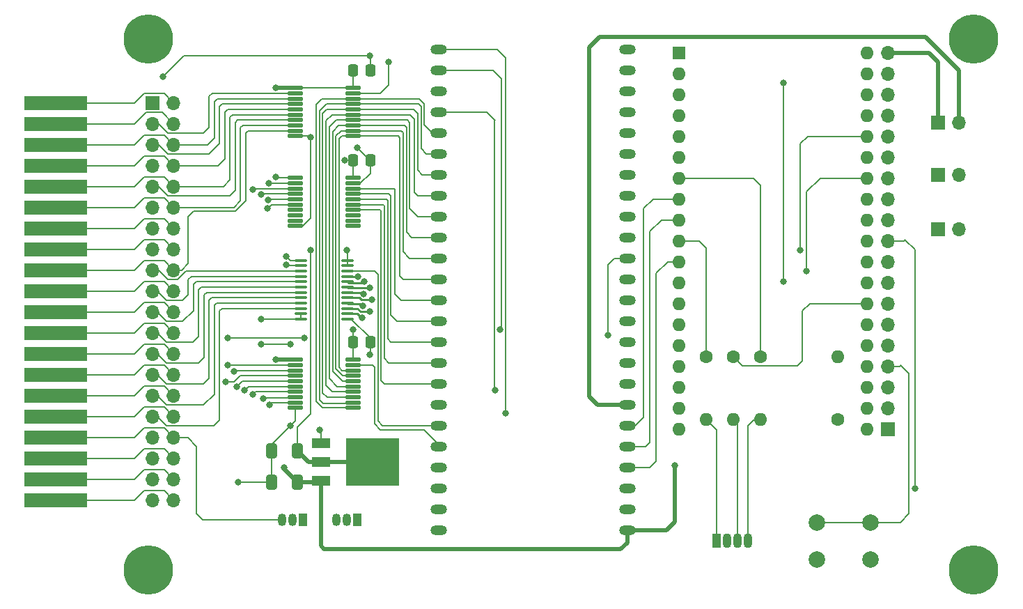
<source format=gbr>
%TF.GenerationSoftware,KiCad,Pcbnew,(6.0.5)*%
%TF.CreationDate,2022-06-11T22:07:09-07:00*%
%TF.ProjectId,TRS-IO-M1,5452532d-494f-42d4-9d31-2e6b69636164,rev?*%
%TF.SameCoordinates,Original*%
%TF.FileFunction,Copper,L1,Top*%
%TF.FilePolarity,Positive*%
%FSLAX46Y46*%
G04 Gerber Fmt 4.6, Leading zero omitted, Abs format (unit mm)*
G04 Created by KiCad (PCBNEW (6.0.5)) date 2022-06-11 22:07:09*
%MOMM*%
%LPD*%
G01*
G04 APERTURE LIST*
G04 Aperture macros list*
%AMRoundRect*
0 Rectangle with rounded corners*
0 $1 Rounding radius*
0 $2 $3 $4 $5 $6 $7 $8 $9 X,Y pos of 4 corners*
0 Add a 4 corners polygon primitive as box body*
4,1,4,$2,$3,$4,$5,$6,$7,$8,$9,$2,$3,0*
0 Add four circle primitives for the rounded corners*
1,1,$1+$1,$2,$3*
1,1,$1+$1,$4,$5*
1,1,$1+$1,$6,$7*
1,1,$1+$1,$8,$9*
0 Add four rect primitives between the rounded corners*
20,1,$1+$1,$2,$3,$4,$5,0*
20,1,$1+$1,$4,$5,$6,$7,0*
20,1,$1+$1,$6,$7,$8,$9,0*
20,1,$1+$1,$8,$9,$2,$3,0*%
G04 Aperture macros list end*
%TA.AperFunction,ComponentPad*%
%ADD10R,1.700000X1.700000*%
%TD*%
%TA.AperFunction,ComponentPad*%
%ADD11O,1.700000X1.700000*%
%TD*%
%TA.AperFunction,ConnectorPad*%
%ADD12R,7.620000X1.778000*%
%TD*%
%TA.AperFunction,ComponentPad*%
%ADD13C,6.000000*%
%TD*%
%TA.AperFunction,ComponentPad*%
%ADD14C,0.800000*%
%TD*%
%TA.AperFunction,ComponentPad*%
%ADD15C,1.600000*%
%TD*%
%TA.AperFunction,ComponentPad*%
%ADD16O,1.600000X1.600000*%
%TD*%
%TA.AperFunction,SMDPad,CuDef*%
%ADD17RoundRect,0.250000X-0.337500X-0.475000X0.337500X-0.475000X0.337500X0.475000X-0.337500X0.475000X0*%
%TD*%
%TA.AperFunction,ComponentPad*%
%ADD18O,2.000000X1.200000*%
%TD*%
%TA.AperFunction,SMDPad,CuDef*%
%ADD19RoundRect,0.100000X-0.637500X-0.100000X0.637500X-0.100000X0.637500X0.100000X-0.637500X0.100000X0*%
%TD*%
%TA.AperFunction,ComponentPad*%
%ADD20R,1.050000X1.500000*%
%TD*%
%TA.AperFunction,ComponentPad*%
%ADD21O,1.050000X1.500000*%
%TD*%
%TA.AperFunction,SMDPad,CuDef*%
%ADD22R,2.200000X1.200000*%
%TD*%
%TA.AperFunction,SMDPad,CuDef*%
%ADD23R,6.400000X5.800000*%
%TD*%
%TA.AperFunction,ComponentPad*%
%ADD24R,1.600000X1.600000*%
%TD*%
%TA.AperFunction,SMDPad,CuDef*%
%ADD25RoundRect,0.250000X0.412500X0.650000X-0.412500X0.650000X-0.412500X-0.650000X0.412500X-0.650000X0*%
%TD*%
%TA.AperFunction,SMDPad,CuDef*%
%ADD26RoundRect,0.125000X-0.825000X-0.125000X0.825000X-0.125000X0.825000X0.125000X-0.825000X0.125000X0*%
%TD*%
%TA.AperFunction,ComponentPad*%
%ADD27O,1.070000X1.800000*%
%TD*%
%TA.AperFunction,ComponentPad*%
%ADD28R,1.070000X1.800000*%
%TD*%
%TA.AperFunction,ComponentPad*%
%ADD29C,2.000000*%
%TD*%
%TA.AperFunction,ViaPad*%
%ADD30C,0.800000*%
%TD*%
%TA.AperFunction,Conductor*%
%ADD31C,0.500380*%
%TD*%
%TA.AperFunction,Conductor*%
%ADD32C,0.200000*%
%TD*%
%TA.AperFunction,Conductor*%
%ADD33C,0.250000*%
%TD*%
G04 APERTURE END LIST*
D10*
%TO.P,J6,1,Pin_1*%
%TO.N,unconnected-(J6-Pad1)*%
X208280000Y-108370000D03*
D11*
%TO.P,J6,2,Pin_2*%
%TO.N,unconnected-(J6-Pad2)*%
X208280000Y-105830000D03*
%TO.P,J6,3,Pin_3*%
%TO.N,unconnected-(J6-Pad3)*%
X208280000Y-103290000D03*
%TO.P,J6,4,Pin_4*%
%TO.N,BUTTON*%
X208280000Y-100750000D03*
%TO.P,J6,5,Pin_5*%
%TO.N,REQ*%
X208280000Y-98210000D03*
%TO.P,J6,6,Pin_6*%
%TO.N,unconnected-(J6-Pad6)*%
X208280000Y-95670000D03*
%TO.P,J6,7,Pin_7*%
%TO.N,LED_BLUE*%
X208280000Y-93130000D03*
%TO.P,J6,8,Pin_8*%
%TO.N,FULL_ADDR*%
X208280000Y-90590000D03*
%TO.P,J6,9,Pin_9*%
%TO.N,SCK*%
X208280000Y-88050000D03*
%TO.P,J6,10,Pin_10*%
%TO.N,CS_FPGA*%
X208280000Y-85510000D03*
%TO.P,J6,11,Pin_11*%
%TO.N,DONE*%
X208280000Y-82970000D03*
%TO.P,J6,12,Pin_12*%
%TO.N,AA2_10*%
X208280000Y-80430000D03*
%TO.P,J6,13,Pin_13*%
%TO.N,AA0_9*%
X208280000Y-77890000D03*
%TO.P,J6,14,Pin_14*%
%TO.N,GND*%
X208280000Y-75350000D03*
%TO.P,J6,15,Pin_15*%
%TO.N,AA1_8*%
X208280000Y-72810000D03*
%TO.P,J6,16,Pin_16*%
%TO.N,unconnected-(J6-Pad16)*%
X208280000Y-70270000D03*
%TO.P,J6,17,Pin_17*%
%TO.N,unconnected-(J6-Pad17)*%
X208280000Y-67730000D03*
%TO.P,J6,18,Pin_18*%
%TO.N,unconnected-(J6-Pad18)*%
X208280000Y-65190000D03*
%TO.P,J6,19,Pin_19*%
%TO.N,+5V*%
X208280000Y-62650000D03*
%TD*%
D10*
%TO.P,J1,1,Pin_1*%
%TO.N,SYSRES_N*%
X118839000Y-68759200D03*
D11*
%TO.P,J1,2,Pin_2*%
%TO.N,RAS_N*%
X121379000Y-68759200D03*
%TO.P,J1,3,Pin_3*%
%TO.N,A10*%
X118839000Y-71299200D03*
%TO.P,J1,4,Pin_4*%
%TO.N,CAS_N*%
X121379000Y-71299200D03*
%TO.P,J1,5,Pin_5*%
%TO.N,A13*%
X118839000Y-73839200D03*
%TO.P,J1,6,Pin_6*%
%TO.N,A12*%
X121379000Y-73839200D03*
%TO.P,J1,7,Pin_7*%
%TO.N,GND*%
X118839000Y-76379200D03*
%TO.P,J1,8,Pin_8*%
%TO.N,A15*%
X121379000Y-76379200D03*
%TO.P,J1,9,Pin_9*%
%TO.N,A14*%
X118839000Y-78919200D03*
%TO.P,J1,10,Pin_10*%
%TO.N,A11*%
X121379000Y-78919200D03*
%TO.P,J1,11,Pin_11*%
%TO.N,OUT_N*%
X118839000Y-81459200D03*
%TO.P,J1,12,Pin_12*%
%TO.N,A8*%
X121379000Y-81459200D03*
%TO.P,J1,13,Pin_13*%
%TO.N,INTACK_N*%
X118839000Y-83999200D03*
%TO.P,J1,14,Pin_14*%
%TO.N,WR_N*%
X121379000Y-83999200D03*
%TO.P,J1,15,Pin_15*%
%TO.N,MUX*%
X118839000Y-86539200D03*
%TO.P,J1,16,Pin_16*%
%TO.N,RD_N*%
X121379000Y-86539200D03*
%TO.P,J1,17,Pin_17*%
%TO.N,D4*%
X118839000Y-89079200D03*
%TO.P,J1,18,Pin_18*%
%TO.N,A9*%
X121379000Y-89079200D03*
%TO.P,J1,19,Pin_19*%
%TO.N,D7*%
X118839000Y-91619200D03*
%TO.P,J1,20,Pin_20*%
%TO.N,IN_N*%
X121379000Y-91619200D03*
%TO.P,J1,21,Pin_21*%
%TO.N,D1*%
X118839000Y-94159200D03*
%TO.P,J1,22,Pin_22*%
%TO.N,INT_N*%
X121379000Y-94159200D03*
%TO.P,J1,23,Pin_23*%
%TO.N,D6*%
X118839000Y-96699200D03*
%TO.P,J1,24,Pin_24*%
%TO.N,TEST_N*%
X121379000Y-96699200D03*
%TO.P,J1,25,Pin_25*%
%TO.N,D3*%
X118839000Y-99239200D03*
%TO.P,J1,26,Pin_26*%
%TO.N,A0*%
X121379000Y-99239200D03*
%TO.P,J1,27,Pin_27*%
%TO.N,D5*%
X118839000Y-101779200D03*
%TO.P,J1,28,Pin_28*%
%TO.N,A1*%
X121379000Y-101779200D03*
%TO.P,J1,29,Pin_29*%
%TO.N,D0*%
X118839000Y-104319200D03*
%TO.P,J1,30,Pin_30*%
%TO.N,GND*%
X121379000Y-104319200D03*
%TO.P,J1,31,Pin_31*%
%TO.N,D2*%
X118839000Y-106859200D03*
%TO.P,J1,32,Pin_32*%
%TO.N,A4*%
X121379000Y-106859200D03*
%TO.P,J1,33,Pin_33*%
%TO.N,A3*%
X118839000Y-109399200D03*
%TO.P,J1,34,Pin_34*%
%TO.N,WAIT_N*%
X121379000Y-109399200D03*
%TO.P,J1,35,Pin_35*%
%TO.N,A7*%
X118839000Y-111939200D03*
%TO.P,J1,36,Pin_36*%
%TO.N,A5*%
X121379000Y-111939200D03*
%TO.P,J1,37,Pin_37*%
%TO.N,A6*%
X118839000Y-114479200D03*
%TO.P,J1,38,Pin_38*%
%TO.N,GND*%
X121379000Y-114479200D03*
%TO.P,J1,39,Pin_39*%
%TO.N,A2*%
X118839000Y-117019200D03*
%TO.P,J1,40,Pin_40*%
%TO.N,5V*%
X121379000Y-117019200D03*
%TD*%
D12*
%TO.P,J2,2,Pin_2*%
%TO.N,RAS_N*%
X107061000Y-68783200D03*
%TO.P,J2,4,Pin_4*%
%TO.N,CAS_N*%
X107061000Y-71323200D03*
%TO.P,J2,6,Pin_6*%
%TO.N,A12*%
X107061000Y-73863200D03*
%TO.P,J2,8,Pin_8*%
%TO.N,A15*%
X107061000Y-76403200D03*
%TO.P,J2,10,Pin_10*%
%TO.N,A11*%
X107061000Y-78943200D03*
%TO.P,J2,12,Pin_12*%
%TO.N,A8*%
X107061000Y-81483200D03*
%TO.P,J2,14,Pin_14*%
%TO.N,WR_N*%
X107061000Y-84023200D03*
%TO.P,J2,16,Pin_16*%
%TO.N,RD_N*%
X107061000Y-86563200D03*
%TO.P,J2,18,Pin_18*%
%TO.N,A9*%
X107061000Y-89103200D03*
%TO.P,J2,20,Pin_20*%
%TO.N,IN_N*%
X107061000Y-91643200D03*
%TO.P,J2,22,Pin_22*%
%TO.N,INT_N*%
X107061000Y-94183200D03*
%TO.P,J2,24,Pin_24*%
%TO.N,TEST_N*%
X107061000Y-96723200D03*
%TO.P,J2,26,Pin_26*%
%TO.N,A0*%
X107061000Y-99263200D03*
%TO.P,J2,28,Pin_28*%
%TO.N,A1*%
X107061000Y-101803200D03*
%TO.P,J2,30,Pin_30*%
%TO.N,GND*%
X107061000Y-104343200D03*
%TO.P,J2,32,Pin_32*%
%TO.N,A4*%
X107061000Y-106883200D03*
%TO.P,J2,34,Pin_34*%
%TO.N,WAIT_N*%
X107061000Y-109423200D03*
%TO.P,J2,36,Pin_36*%
%TO.N,A5*%
X107061000Y-111963200D03*
%TO.P,J2,38,Pin_38*%
%TO.N,GND*%
X107061000Y-114503200D03*
%TO.P,J2,40,Pin_40*%
%TO.N,5V*%
X107061000Y-117043200D03*
%TD*%
D13*
%TO.P,H1,1*%
%TO.N,N/C*%
X118364000Y-60960000D03*
D14*
X119954990Y-62550990D03*
X116773010Y-59369010D03*
X120614000Y-60960000D03*
X118364000Y-58710000D03*
X116114000Y-60960000D03*
X118364000Y-63210000D03*
X119954990Y-59369010D03*
X116773010Y-62550990D03*
%TD*%
%TO.P,H2,1*%
%TO.N,N/C*%
X220284990Y-62550990D03*
X220944000Y-60960000D03*
D13*
X218694000Y-60960000D03*
D14*
X216444000Y-60960000D03*
X217103010Y-62550990D03*
X217103010Y-59369010D03*
X220284990Y-59369010D03*
X218694000Y-63210000D03*
X218694000Y-58710000D03*
%TD*%
%TO.P,H3,1*%
%TO.N,N/C*%
X120614000Y-125476000D03*
X118364000Y-127726000D03*
X119954990Y-123885010D03*
X116773010Y-127066990D03*
D13*
X118364000Y-125476000D03*
D14*
X116114000Y-125476000D03*
X118364000Y-123226000D03*
X119954990Y-127066990D03*
X116773010Y-123885010D03*
%TD*%
%TO.P,H4,1*%
%TO.N,N/C*%
X220284990Y-123885010D03*
X216444000Y-125476000D03*
X220284990Y-127066990D03*
X218694000Y-127726000D03*
X217103010Y-123885010D03*
X220944000Y-125476000D03*
X218694000Y-123226000D03*
X217103010Y-127066990D03*
D13*
X218694000Y-125476000D03*
%TD*%
D15*
%TO.P,R1,1*%
%TO.N,LED_RED*%
X186182000Y-99568000D03*
D16*
%TO.P,R1,2*%
%TO.N,Net-(D1-Pad1)*%
X186182000Y-107188000D03*
%TD*%
D15*
%TO.P,R2,1*%
%TO.N,LED_GREEN*%
X192786000Y-99568000D03*
D16*
%TO.P,R2,2*%
%TO.N,Net-(D1-Pad4)*%
X192786000Y-107188000D03*
%TD*%
D17*
%TO.P,C2,1*%
%TO.N,+3V3*%
X143234500Y-75692000D03*
%TO.P,C2,2*%
%TO.N,GND*%
X145309500Y-75692000D03*
%TD*%
D18*
%TO.P,U5,1,Pad_38*%
%TO.N,CS_SD_CARD*%
X153650000Y-62230000D03*
%TO.P,U5,2,Pad_37*%
%TO.N,MOSI*%
X153650000Y-64770000D03*
%TO.P,U5,3,Pad_36*%
%TO.N,SCK*%
X153650000Y-67310000D03*
%TO.P,U5,4,Pad_39*%
%TO.N,MISO*%
X153650000Y-69850000D03*
%TO.P,U5,5,Pad_25*%
%TO.N,AA2_10*%
X153650000Y-72390000D03*
%TO.P,U5,6,Pad_26*%
%TO.N,AA6_12*%
X153650000Y-74930000D03*
%TO.P,U5,7,Pad_27*%
%TO.N,AA7_13*%
X153650000Y-77470000D03*
%TO.P,U5,8,Pad_28*%
%TO.N,AA5_15*%
X153650000Y-80010000D03*
%TO.P,U5,9,Pad_29*%
%TO.N,AA3_11*%
X153650000Y-82550000D03*
%TO.P,U5,10,Pad_30*%
%TO.N,AA4_14*%
X153650000Y-85090000D03*
%TO.P,U5,11,Pad_33*%
%TO.N,AA1_8*%
X153650000Y-87630000D03*
%TO.P,U5,12,Pad_34*%
%TO.N,AA0_9*%
X153650000Y-90170000D03*
%TO.P,U5,13,Pad_40*%
%TO.N,Z80_RAS_N*%
X153650000Y-92710000D03*
%TO.P,U5,14,Pad_35*%
%TO.N,Z80_OUT_N*%
X153650000Y-95250000D03*
%TO.P,U5,15,Pad_41*%
%TO.N,Z80_WR_N*%
X153650000Y-97790000D03*
%TO.P,U5,16,Pad_42*%
%TO.N,Z80_RD_N*%
X153650000Y-100330000D03*
%TO.P,U5,17,Pad_51*%
%TO.N,Z80_IN_N*%
X153650000Y-102870000D03*
%TO.P,U5,18,Pad_53*%
%TO.N,READ_N*%
X153650000Y-105410000D03*
%TO.P,U5,19,Pad_54*%
%TO.N,DBUS_SEL_N*%
X153650000Y-107950000D03*
%TO.P,U5,20,Pad_55*%
%TO.N,A0_MUX*%
X153650000Y-110490000D03*
%TO.P,U5,21,Pad_56*%
%TO.N,INT*%
X153650000Y-113030000D03*
%TO.P,U5,22,Pad_57*%
%TO.N,WAIT*%
X153650000Y-115570000D03*
%TO.P,U5,23,Pad_68*%
%TO.N,unconnected-(U5-Pad23)*%
X153650000Y-118110000D03*
%TO.P,U5,24,Pad_69*%
%TO.N,unconnected-(U5-Pad24)*%
X153650000Y-120650000D03*
%TO.P,U5,25,3V3*%
%TO.N,+3V3*%
X176550000Y-120650000D03*
%TO.P,U5,26,GND*%
%TO.N,GND*%
X176550000Y-118110000D03*
%TO.P,U5,27,Pad_32*%
%TO.N,CS_FPGA*%
X176550000Y-115570000D03*
%TO.P,U5,28,Pad_31*%
%TO.N,ESP_S2*%
X176550000Y-113030000D03*
%TO.P,U5,29,Pad_49*%
%TO.N,ESP_S1*%
X176550000Y-110490000D03*
%TO.P,U5,30,Pad_48*%
%TO.N,ESP_S0*%
X176550000Y-107950000D03*
%TO.P,U5,31,5V*%
%TO.N,VU*%
X176550000Y-105410000D03*
%TO.P,U5,32,Pad_70*%
%TO.N,unconnected-(U5-Pad32)*%
X176550000Y-102870000D03*
%TO.P,U5,33,Pad_71*%
%TO.N,unconnected-(U5-Pad33)*%
X176550000Y-100330000D03*
%TO.P,U5,34,Pad_72*%
%TO.N,unconnected-(U5-Pad34)*%
X176550000Y-97790000D03*
%TO.P,U5,35,Pad_73*%
%TO.N,unconnected-(U5-Pad35)*%
X176550000Y-95250000D03*
%TO.P,U5,36,Pad_74*%
%TO.N,unconnected-(U5-Pad36)*%
X176550000Y-92710000D03*
%TO.P,U5,37,Pad_75*%
%TO.N,unconnected-(U5-Pad37)*%
X176550000Y-90170000D03*
%TO.P,U5,38,Pad_76*%
%TO.N,REQ*%
X176550000Y-87630000D03*
%TO.P,U5,39,Pad_77*%
%TO.N,DONE*%
X176550000Y-85090000D03*
%TO.P,U5,40,Pad_79*%
%TO.N,DD2*%
X176550000Y-82550000D03*
%TO.P,U5,41,Pad_80*%
%TO.N,DD0*%
X176550000Y-80010000D03*
%TO.P,U5,42,Pad_81*%
%TO.N,DD5*%
X176550000Y-77470000D03*
%TO.P,U5,43,Pad_82*%
%TO.N,DD3*%
X176550000Y-74930000D03*
%TO.P,U5,44,Pad_83*%
%TO.N,DD6*%
X176550000Y-72390000D03*
%TO.P,U5,45,Pad_84*%
%TO.N,DD1*%
X176550000Y-69850000D03*
%TO.P,U5,46,Pad_85*%
%TO.N,DD7*%
X176550000Y-67310000D03*
%TO.P,U5,47,Pad_86*%
%TO.N,DD4*%
X176550000Y-64770000D03*
%TO.P,U5,48,Pad_63*%
%TO.N,A1_MUX*%
X176550000Y-62230000D03*
%TD*%
D19*
%TO.P,U1,1,VCCA*%
%TO.N,+3V3*%
X136837500Y-87865000D03*
%TO.P,U1,2,DIR*%
%TO.N,READ_N*%
X136837500Y-88515000D03*
%TO.P,U1,3,A1*%
%TO.N,D4*%
X136837500Y-89165000D03*
%TO.P,U1,4,A2*%
%TO.N,D7*%
X136837500Y-89815000D03*
%TO.P,U1,5,A3*%
%TO.N,D1*%
X136837500Y-90465000D03*
%TO.P,U1,6,A4*%
%TO.N,D6*%
X136837500Y-91115000D03*
%TO.P,U1,7,A5*%
%TO.N,D3*%
X136837500Y-91765000D03*
%TO.P,U1,8,A6*%
%TO.N,D5*%
X136837500Y-92415000D03*
%TO.P,U1,9,A7*%
%TO.N,D0*%
X136837500Y-93065000D03*
%TO.P,U1,10,A8*%
%TO.N,D2*%
X136837500Y-93715000D03*
%TO.P,U1,11,GND*%
%TO.N,GND*%
X136837500Y-94365000D03*
%TO.P,U1,12,GND*%
X136837500Y-95015000D03*
%TO.P,U1,13,GND*%
X142562500Y-95015000D03*
%TO.P,U1,14,B8*%
%TO.N,DD2*%
X142562500Y-94365000D03*
%TO.P,U1,15,B7*%
%TO.N,DD0*%
X142562500Y-93715000D03*
%TO.P,U1,16,B6*%
%TO.N,DD5*%
X142562500Y-93065000D03*
%TO.P,U1,17,B5*%
%TO.N,DD3*%
X142562500Y-92415000D03*
%TO.P,U1,18,B4*%
%TO.N,DD6*%
X142562500Y-91765000D03*
%TO.P,U1,19,B3*%
%TO.N,DD1*%
X142562500Y-91115000D03*
%TO.P,U1,20,B2*%
%TO.N,DD7*%
X142562500Y-90465000D03*
%TO.P,U1,21,B1*%
%TO.N,DD4*%
X142562500Y-89815000D03*
%TO.P,U1,22,OEn*%
%TO.N,DBUS_SEL_N*%
X142562500Y-89165000D03*
%TO.P,U1,23,VCCB*%
%TO.N,+1V8*%
X142562500Y-88515000D03*
%TO.P,U1,24,VCCB*%
X142562500Y-87865000D03*
%TD*%
D17*
%TO.P,C1,1*%
%TO.N,+3V3*%
X143234500Y-64770000D03*
%TO.P,C1,2*%
%TO.N,GND*%
X145309500Y-64770000D03*
%TD*%
D20*
%TO.P,Q2,1,S*%
%TO.N,GND*%
X143764000Y-119380000D03*
D21*
%TO.P,Q2,2,G*%
%TO.N,INT*%
X142494000Y-119380000D03*
%TO.P,Q2,3,D*%
%TO.N,INT_N*%
X141224000Y-119380000D03*
%TD*%
D10*
%TO.P,J4,1,Pin_1*%
%TO.N,+5V*%
X214371000Y-71120000D03*
D11*
%TO.P,J4,2,Pin_2*%
%TO.N,VU*%
X216911000Y-71120000D03*
%TD*%
D22*
%TO.P,U8,1,GND*%
%TO.N,GND*%
X139310000Y-110115000D03*
D23*
%TO.P,U8,2,VO*%
%TO.N,+1V8*%
X145610000Y-112395000D03*
D22*
X139310000Y-112395000D03*
%TO.P,U8,3,VI*%
%TO.N,+3V3*%
X139310000Y-114675000D03*
%TD*%
D24*
%TO.P,U6,1,GPIO6*%
%TO.N,unconnected-(U6-Pad1)*%
X182880000Y-62645000D03*
D16*
%TO.P,U6,2,GPIO7*%
%TO.N,unconnected-(U6-Pad2)*%
X182880000Y-65185000D03*
%TO.P,U6,3,GPIO8*%
%TO.N,unconnected-(U6-Pad3)*%
X182880000Y-67725000D03*
%TO.P,U6,4,GPIO15*%
%TO.N,AA3_11*%
X182880000Y-70265000D03*
%TO.P,U6,5,GPIO2*%
%TO.N,unconnected-(U6-Pad5)*%
X182880000Y-72805000D03*
%TO.P,U6,6,GPIO0*%
%TO.N,unconnected-(U6-Pad6)*%
X182880000Y-75345000D03*
%TO.P,U6,7,GPIO4*%
%TO.N,LED_GREEN*%
X182880000Y-77885000D03*
%TO.P,U6,8,GPIO16*%
%TO.N,ESP_S0*%
X182880000Y-80425000D03*
%TO.P,U6,9,GPIO17*%
%TO.N,ESP_S1*%
X182880000Y-82965000D03*
%TO.P,U6,10,GPIO5*%
%TO.N,LED_RED*%
X182880000Y-85505000D03*
%TO.P,U6,11,GPIO18*%
%TO.N,ESP_S2*%
X182880000Y-88045000D03*
%TO.P,U6,12,GPIO19*%
%TO.N,EI*%
X182880000Y-90585000D03*
%TO.P,U6,13,GND*%
%TO.N,GND*%
X182880000Y-93125000D03*
%TO.P,U6,14,GPIO21*%
%TO.N,MOSI*%
X182880000Y-95665000D03*
%TO.P,U6,15,GPIO3*%
%TO.N,unconnected-(U6-Pad15)*%
X182880000Y-98205000D03*
%TO.P,U6,16,GPIO1*%
%TO.N,unconnected-(U6-Pad16)*%
X182880000Y-100745000D03*
%TO.P,U6,17,GPIO22*%
%TO.N,MISO*%
X182880000Y-103285000D03*
%TO.P,U6,18,GPIO23*%
%TO.N,CS_SD_CARD*%
X182880000Y-105825000D03*
%TO.P,U6,19,GND*%
%TO.N,GND*%
X182880000Y-108365000D03*
%TO.P,U6,20,3V3*%
%TO.N,unconnected-(U6-Pad20)*%
X205740000Y-108365000D03*
%TO.P,U6,21,RESET*%
%TO.N,unconnected-(U6-Pad21)*%
X205740000Y-105825000D03*
%TO.P,U6,22,GPIO36*%
%TO.N,unconnected-(U6-Pad22)*%
X205740000Y-103285000D03*
%TO.P,U6,23,GPIO39*%
%TO.N,BUTTON*%
X205740000Y-100745000D03*
%TO.P,U6,24,GPIO34*%
%TO.N,REQ*%
X205740000Y-98205000D03*
%TO.P,U6,25,GPIO35*%
%TO.N,unconnected-(U6-Pad25)*%
X205740000Y-95665000D03*
%TO.P,U6,26,GPIO32*%
%TO.N,LED_BLUE*%
X205740000Y-93125000D03*
%TO.P,U6,27,GPIO33*%
%TO.N,FULL_ADDR*%
X205740000Y-90585000D03*
%TO.P,U6,28,GPIO25*%
%TO.N,SCK*%
X205740000Y-88045000D03*
%TO.P,U6,29,GPIO26*%
%TO.N,CS_FPGA*%
X205740000Y-85505000D03*
%TO.P,U6,30,GPIO27*%
%TO.N,DONE*%
X205740000Y-82965000D03*
%TO.P,U6,31,GPIO14*%
%TO.N,AA2_10*%
X205740000Y-80425000D03*
%TO.P,U6,32,GPIO12*%
%TO.N,AA0_9*%
X205740000Y-77885000D03*
%TO.P,U6,33,GND*%
%TO.N,GND*%
X205740000Y-75345000D03*
%TO.P,U6,34,GPIO13*%
%TO.N,AA1_8*%
X205740000Y-72805000D03*
%TO.P,U6,35,GPIO9*%
%TO.N,unconnected-(U6-Pad35)*%
X205740000Y-70265000D03*
%TO.P,U6,36,GPIO10*%
%TO.N,unconnected-(U6-Pad36)*%
X205740000Y-67725000D03*
%TO.P,U6,37,GPIO11*%
%TO.N,unconnected-(U6-Pad37)*%
X205740000Y-65185000D03*
%TO.P,U6,38,5V*%
%TO.N,+5V*%
X205740000Y-62708500D03*
%TD*%
D15*
%TO.P,R4,1*%
%TO.N,+3V3*%
X202184000Y-107188000D03*
D16*
%TO.P,R4,2*%
%TO.N,BUTTON*%
X202184000Y-99568000D03*
%TD*%
D10*
%TO.P,J5,1,Pin_1*%
%TO.N,FULL_ADDR*%
X214376000Y-84074000D03*
D11*
%TO.P,J5,2,Pin_2*%
%TO.N,GND*%
X216916000Y-84074000D03*
%TD*%
D17*
%TO.P,C3,1*%
%TO.N,+3V3*%
X143234500Y-97790000D03*
%TO.P,C3,2*%
%TO.N,GND*%
X145309500Y-97790000D03*
%TD*%
D10*
%TO.P,J3,1,Pin_1*%
%TO.N,EI*%
X214371000Y-77470000D03*
D11*
%TO.P,J3,2,Pin_2*%
%TO.N,GND*%
X216911000Y-77470000D03*
%TD*%
D25*
%TO.P,C4,1*%
%TO.N,+1V8*%
X136436500Y-110998000D03*
%TO.P,C4,2*%
%TO.N,GND*%
X133311500Y-110998000D03*
%TD*%
D15*
%TO.P,R3,1*%
%TO.N,LED_BLUE*%
X189484000Y-99568000D03*
D16*
%TO.P,R3,2*%
%TO.N,Net-(D1-Pad3)*%
X189484000Y-107188000D03*
%TD*%
D26*
%TO.P,U2,1,A->B*%
%TO.N,+3V3*%
X136200000Y-66925000D03*
%TO.P,U2,2,A0*%
%TO.N,A10*%
X136200000Y-67575000D03*
%TO.P,U2,3,A1*%
%TO.N,A12*%
X136200000Y-68225000D03*
%TO.P,U2,4,A2*%
%TO.N,A13*%
X136200000Y-68875000D03*
%TO.P,U2,5,A3*%
%TO.N,A15*%
X136200000Y-69525000D03*
%TO.P,U2,6,A4*%
%TO.N,A11*%
X136200000Y-70175000D03*
%TO.P,U2,7,A5*%
%TO.N,A14*%
X136200000Y-70825000D03*
%TO.P,U2,8,A6*%
%TO.N,A8*%
X136200000Y-71475000D03*
%TO.P,U2,9,A7*%
%TO.N,A9*%
X136200000Y-72125000D03*
%TO.P,U2,10,GND*%
%TO.N,GND*%
X136200000Y-72775000D03*
%TO.P,U2,11,B7*%
%TO.N,AA0_9*%
X143200000Y-72775000D03*
%TO.P,U2,12,B6*%
%TO.N,AA1_8*%
X143200000Y-72125000D03*
%TO.P,U2,13,B5*%
%TO.N,AA4_14*%
X143200000Y-71475000D03*
%TO.P,U2,14,B4*%
%TO.N,AA3_11*%
X143200000Y-70825000D03*
%TO.P,U2,15,B3*%
%TO.N,AA5_15*%
X143200000Y-70175000D03*
%TO.P,U2,16,B2*%
%TO.N,AA7_13*%
X143200000Y-69525000D03*
%TO.P,U2,17,B1*%
%TO.N,AA6_12*%
X143200000Y-68875000D03*
%TO.P,U2,18,B0*%
%TO.N,AA2_10*%
X143200000Y-68225000D03*
%TO.P,U2,19,CE*%
%TO.N,A1_MUX*%
X143200000Y-67575000D03*
%TO.P,U2,20,VCC*%
%TO.N,+3V3*%
X143200000Y-66925000D03*
%TD*%
D27*
%TO.P,D1,4,GA*%
%TO.N,Net-(D1-Pad4)*%
X191262000Y-121920000D03*
%TO.P,D1,3,BA*%
%TO.N,Net-(D1-Pad3)*%
X189992000Y-121920000D03*
%TO.P,D1,2,K*%
%TO.N,GND*%
X188722000Y-121920000D03*
D28*
%TO.P,D1,1,RA*%
%TO.N,Net-(D1-Pad1)*%
X187452000Y-121920000D03*
%TD*%
D26*
%TO.P,U3,1,A->B*%
%TO.N,+3V3*%
X136200000Y-99945000D03*
%TO.P,U3,2,A0*%
%TO.N,A0*%
X136200000Y-100595000D03*
%TO.P,U3,3,A1*%
%TO.N,A1*%
X136200000Y-101245000D03*
%TO.P,U3,4,A2*%
%TO.N,A4*%
X136200000Y-101895000D03*
%TO.P,U3,5,A3*%
%TO.N,A3*%
X136200000Y-102545000D03*
%TO.P,U3,6,A4*%
%TO.N,A5*%
X136200000Y-103195000D03*
%TO.P,U3,7,A5*%
%TO.N,A7*%
X136200000Y-103845000D03*
%TO.P,U3,8,A6*%
%TO.N,A6*%
X136200000Y-104495000D03*
%TO.P,U3,9,A7*%
%TO.N,A2*%
X136200000Y-105145000D03*
%TO.P,U3,10,GND*%
%TO.N,GND*%
X136200000Y-105795000D03*
%TO.P,U3,11,B7*%
%TO.N,AA2_10*%
X143200000Y-105795000D03*
%TO.P,U3,12,B6*%
%TO.N,AA6_12*%
X143200000Y-105145000D03*
%TO.P,U3,13,B5*%
%TO.N,AA7_13*%
X143200000Y-104495000D03*
%TO.P,U3,14,B4*%
%TO.N,AA5_15*%
X143200000Y-103845000D03*
%TO.P,U3,15,B3*%
%TO.N,AA3_11*%
X143200000Y-103195000D03*
%TO.P,U3,16,B2*%
%TO.N,AA4_14*%
X143200000Y-102545000D03*
%TO.P,U3,17,B1*%
%TO.N,AA1_8*%
X143200000Y-101895000D03*
%TO.P,U3,18,B0*%
%TO.N,AA0_9*%
X143200000Y-101245000D03*
%TO.P,U3,19,CE*%
%TO.N,A0_MUX*%
X143200000Y-100595000D03*
%TO.P,U3,20,VCC*%
%TO.N,+3V3*%
X143200000Y-99945000D03*
%TD*%
D20*
%TO.P,Q1,1,S*%
%TO.N,GND*%
X137160000Y-119380000D03*
D21*
%TO.P,Q1,2,G*%
%TO.N,WAIT*%
X135890000Y-119380000D03*
%TO.P,Q1,3,D*%
%TO.N,WAIT_N*%
X134620000Y-119380000D03*
%TD*%
D29*
%TO.P,SW1,2,2*%
%TO.N,BUTTON*%
X199616000Y-119706000D03*
X206116000Y-119706000D03*
%TO.P,SW1,1,1*%
%TO.N,GND*%
X199616000Y-124206000D03*
X206116000Y-124206000D03*
%TD*%
D26*
%TO.P,U4,1,A->B*%
%TO.N,+3V3*%
X136200000Y-77847000D03*
%TO.P,U4,2,A0*%
%TO.N,RAS_N*%
X136200000Y-78497000D03*
%TO.P,U4,3,A1*%
%TO.N,OUT_N*%
X136200000Y-79147000D03*
%TO.P,U4,4,A2*%
%TO.N,WR_N*%
X136200000Y-79797000D03*
%TO.P,U4,5,A3*%
%TO.N,RD_N*%
X136200000Y-80447000D03*
%TO.P,U4,6,A4*%
%TO.N,IN_N*%
X136200000Y-81097000D03*
%TO.P,U4,7,A5*%
%TO.N,unconnected-(U4-Pad7)*%
X136200000Y-81747000D03*
%TO.P,U4,8,A6*%
%TO.N,unconnected-(U4-Pad8)*%
X136200000Y-82397000D03*
%TO.P,U4,9,A7*%
%TO.N,unconnected-(U4-Pad9)*%
X136200000Y-83047000D03*
%TO.P,U4,10,GND*%
%TO.N,GND*%
X136200000Y-83697000D03*
%TO.P,U4,11,B7*%
%TO.N,unconnected-(U4-Pad11)*%
X143200000Y-83697000D03*
%TO.P,U4,12,B6*%
%TO.N,unconnected-(U4-Pad12)*%
X143200000Y-83047000D03*
%TO.P,U4,13,B5*%
%TO.N,unconnected-(U4-Pad13)*%
X143200000Y-82397000D03*
%TO.P,U4,14,B4*%
%TO.N,Z80_IN_N*%
X143200000Y-81747000D03*
%TO.P,U4,15,B3*%
%TO.N,Z80_RD_N*%
X143200000Y-81097000D03*
%TO.P,U4,16,B2*%
%TO.N,Z80_WR_N*%
X143200000Y-80447000D03*
%TO.P,U4,17,B1*%
%TO.N,Z80_OUT_N*%
X143200000Y-79797000D03*
%TO.P,U4,18,B0*%
%TO.N,Z80_RAS_N*%
X143200000Y-79147000D03*
%TO.P,U4,19,CE*%
%TO.N,GND*%
X143200000Y-78497000D03*
%TO.P,U4,20,VCC*%
%TO.N,+3V3*%
X143200000Y-77847000D03*
%TD*%
D25*
%TO.P,C5,1*%
%TO.N,+3V3*%
X136436500Y-114808000D03*
%TO.P,C5,2*%
%TO.N,GND*%
X133311500Y-114808000D03*
%TD*%
D30*
%TO.N,+3V3*%
X182372000Y-112776000D03*
%TO.N,CS_FPGA*%
X211519500Y-115570000D03*
%TO.N,GND*%
X129286000Y-114808000D03*
X135636000Y-98044000D03*
X143764000Y-74168000D03*
X145288000Y-99314000D03*
X132080000Y-94996000D03*
X138029346Y-72898000D03*
X135636000Y-107950000D03*
X132080000Y-98044000D03*
X120142000Y-65532000D03*
X139192000Y-108458000D03*
X145288000Y-62992000D03*
%TO.N,+3V3*%
X143256000Y-96266000D03*
X133858000Y-77724000D03*
X133858000Y-66875500D03*
X135128000Y-87376000D03*
X142240000Y-75692000D03*
X133858000Y-99895500D03*
X134874000Y-113030000D03*
%TO.N,RAS_N*%
X133008310Y-78486000D03*
%TO.N,OUT_N*%
X131064000Y-79248000D03*
%TO.N,WR_N*%
X132080000Y-79885011D03*
%TO.N,RD_N*%
X132848836Y-80523679D03*
%TO.N,IN_N*%
X132842000Y-81534000D03*
%TO.N,INT_N*%
X137329846Y-97282000D03*
X128016000Y-97282000D03*
%TO.N,A0*%
X128016000Y-100584000D03*
%TO.N,A1*%
X128778000Y-101346000D03*
%TO.N,A4*%
X127762000Y-102616000D03*
%TO.N,A3*%
X129090826Y-103241652D03*
%TO.N,A5*%
X130048000Y-103632000D03*
%TO.N,A7*%
X131064000Y-104140000D03*
%TO.N,A6*%
X132334000Y-104648000D03*
%TO.N,A2*%
X133096000Y-105410000D03*
%TO.N,+1V8*%
X138029346Y-86614000D03*
X142494000Y-86614000D03*
%TO.N,AA0_9*%
X198374000Y-89154000D03*
%TO.N,AA1_8*%
X197612000Y-86614000D03*
%TO.N,SCK*%
X195580000Y-66294000D03*
X195580000Y-90424000D03*
%TO.N,MOSI*%
X161098500Y-96266000D03*
%TO.N,READ_N*%
X135128000Y-88392000D03*
%TO.N,MISO*%
X160528000Y-103632000D03*
%TO.N,DD3*%
X145530420Y-92672479D03*
%TO.N,DD4*%
X143772003Y-89864500D03*
%TO.N,DD5*%
X144412084Y-93397000D03*
%TO.N,DD6*%
X144526000Y-91948000D03*
%TO.N,DD7*%
X144574660Y-90460108D03*
%TO.N,DD2*%
X144354955Y-94846000D03*
%TO.N,DD0*%
X145285880Y-94121500D03*
%TO.N,DD1*%
X145272704Y-91175468D03*
%TO.N,A1_MUX*%
X147574000Y-63754000D03*
%TO.N,CS_SD_CARD*%
X161798000Y-106426000D03*
%TO.N,REQ*%
X174244000Y-96965500D03*
%TD*%
D31*
%TO.N,VU*%
X216911000Y-64775000D02*
X216911000Y-71120000D01*
X212852000Y-60706000D02*
X216916000Y-64770000D01*
X173228000Y-60706000D02*
X212852000Y-60706000D01*
X216916000Y-64770000D02*
X216911000Y-64775000D01*
%TO.N,+5V*%
X214371000Y-63759000D02*
X214371000Y-71120000D01*
X214376000Y-63754000D02*
X214371000Y-63759000D01*
X213272000Y-62650000D02*
X214376000Y-63754000D01*
X208280000Y-62650000D02*
X213272000Y-62650000D01*
%TO.N,+3V3*%
X182372000Y-119634000D02*
X182372000Y-112776000D01*
X181356000Y-120650000D02*
X182372000Y-119634000D01*
X176550000Y-120650000D02*
X181356000Y-120650000D01*
D32*
%TO.N,CS_FPGA*%
X210312000Y-85344000D02*
X210146000Y-85510000D01*
X211519500Y-86551500D02*
X210312000Y-85344000D01*
X211519500Y-115570000D02*
X211519500Y-86551500D01*
X210146000Y-85510000D02*
X208280000Y-85510000D01*
%TO.N,BUTTON*%
X209638000Y-100750000D02*
X208280000Y-100750000D01*
X210820000Y-101600000D02*
X209804000Y-100584000D01*
X210820000Y-118618000D02*
X210820000Y-101600000D01*
X209732000Y-119706000D02*
X210820000Y-118618000D01*
X209804000Y-100584000D02*
X209638000Y-100750000D01*
X206116000Y-119706000D02*
X209732000Y-119706000D01*
%TO.N,Net-(D1-Pad4)*%
X192024000Y-107188000D02*
X192786000Y-107188000D01*
X191262000Y-107950000D02*
X192024000Y-107188000D01*
X191262000Y-121920000D02*
X191262000Y-107950000D01*
%TO.N,Net-(D1-Pad3)*%
X189992000Y-107696000D02*
X189484000Y-107188000D01*
X189992000Y-121920000D02*
X189992000Y-107696000D01*
%TO.N,Net-(D1-Pad1)*%
X187452000Y-108458000D02*
X186182000Y-107188000D01*
X187452000Y-121920000D02*
X187452000Y-108458000D01*
D31*
%TO.N,+3V3*%
X176550000Y-122154000D02*
X176550000Y-120650000D01*
X175768000Y-122936000D02*
X176550000Y-122154000D01*
X139700000Y-122936000D02*
X175768000Y-122936000D01*
X139310000Y-122546000D02*
X139700000Y-122936000D01*
X139310000Y-114675000D02*
X139310000Y-122546000D01*
%TO.N,+1V8*%
X137833500Y-112395000D02*
X136436500Y-110998000D01*
X139310000Y-112395000D02*
X137833500Y-112395000D01*
X145610000Y-112395000D02*
X139310000Y-112395000D01*
D32*
%TO.N,GND*%
X107061000Y-104343200D02*
X116636800Y-104343200D01*
X133311500Y-110274500D02*
X133311500Y-110998000D01*
X135636000Y-107950000D02*
X133311500Y-110274500D01*
X117810311Y-113329689D02*
X120229489Y-113329689D01*
X136837500Y-94365000D02*
X136837500Y-95015000D01*
X136837500Y-95015000D02*
X132099000Y-95015000D01*
X116636800Y-114503200D02*
X117810311Y-113329689D01*
X117810311Y-103169689D02*
X120229489Y-103169689D01*
X145309500Y-77287861D02*
X144100361Y-78497000D01*
X144100361Y-78497000D02*
X143200000Y-78497000D01*
X136200000Y-105795000D02*
X136200000Y-107386000D01*
X139310000Y-108576000D02*
X139192000Y-108458000D01*
X145309500Y-63013500D02*
X145288000Y-62992000D01*
X142994259Y-95015000D02*
X145309500Y-97330241D01*
X145309500Y-64770000D02*
X145309500Y-63013500D01*
X145309500Y-99292500D02*
X145288000Y-99314000D01*
X136200000Y-72775000D02*
X137906346Y-72775000D01*
X138029346Y-82768015D02*
X138029346Y-72898000D01*
X133311500Y-114808000D02*
X133311500Y-110998000D01*
X133311500Y-114808000D02*
X129286000Y-114808000D01*
X145309500Y-75692000D02*
X145288000Y-75692000D01*
X145288000Y-62992000D02*
X122682000Y-62992000D01*
X137100361Y-83697000D02*
X138029346Y-82768015D01*
X136200000Y-83697000D02*
X137100361Y-83697000D01*
X142562500Y-95015000D02*
X142994259Y-95015000D01*
X139310000Y-110115000D02*
X139310000Y-108576000D01*
X145309500Y-97330241D02*
X145309500Y-97790000D01*
X120229489Y-103169689D02*
X121379000Y-104319200D01*
X122682000Y-62992000D02*
X120142000Y-65532000D01*
X120229489Y-113329689D02*
X121379000Y-114479200D01*
X145309500Y-75692000D02*
X145309500Y-77287861D01*
X116636800Y-104343200D02*
X117810311Y-103169689D01*
X145288000Y-75692000D02*
X143764000Y-74168000D01*
X145309500Y-97790000D02*
X145309500Y-99292500D01*
X137906346Y-72775000D02*
X138029346Y-72898000D01*
X132099000Y-95015000D02*
X132080000Y-94996000D01*
X136200000Y-107386000D02*
X135636000Y-107950000D01*
X132080000Y-98044000D02*
X135636000Y-98044000D01*
X107061000Y-114503200D02*
X116636800Y-114503200D01*
%TO.N,+3V3*%
X143234500Y-97790000D02*
X143234500Y-99910500D01*
D31*
X136436500Y-114808000D02*
X139177000Y-114808000D01*
D32*
X143234500Y-66890500D02*
X143200000Y-66925000D01*
X136200000Y-77847000D02*
X133981000Y-77847000D01*
X143234500Y-96287500D02*
X143256000Y-96266000D01*
X143234500Y-75692000D02*
X142240000Y-75692000D01*
X135617000Y-87865000D02*
X135128000Y-87376000D01*
X136200000Y-66925000D02*
X143200000Y-66925000D01*
D31*
X133858000Y-66875500D02*
X133858210Y-66875290D01*
X139177000Y-114808000D02*
X139310000Y-114675000D01*
D32*
X143234500Y-97790000D02*
X143234500Y-96287500D01*
X143234500Y-64770000D02*
X143234500Y-66890500D01*
D31*
X133858000Y-99895500D02*
X133858210Y-99895290D01*
D32*
X133981000Y-77847000D02*
X133858000Y-77724000D01*
X136837500Y-87865000D02*
X135617000Y-87865000D01*
D31*
X134874000Y-113030000D02*
X134874000Y-113245500D01*
X133858210Y-99895290D02*
X135613052Y-99895290D01*
D32*
X143234500Y-99910500D02*
X143200000Y-99945000D01*
X143234500Y-75692000D02*
X143234500Y-77812500D01*
D31*
X134874000Y-113245500D02*
X136436500Y-114808000D01*
X133858210Y-66875290D02*
X135613052Y-66875290D01*
D32*
X143234500Y-77812500D02*
X143200000Y-77847000D01*
%TO.N,RAS_N*%
X107061000Y-68783200D02*
X116636800Y-68783200D01*
X133019310Y-78497000D02*
X133008310Y-78486000D01*
X120229489Y-67609689D02*
X121379000Y-68759200D01*
X117810311Y-67609689D02*
X120229489Y-67609689D01*
X116636800Y-68783200D02*
X117810311Y-67609689D01*
X136200000Y-78497000D02*
X133019310Y-78497000D01*
%TO.N,CAS_N*%
X116636800Y-71323200D02*
X118051289Y-69908711D01*
X107061000Y-71323200D02*
X116636800Y-71323200D01*
X119988511Y-69908711D02*
X121379000Y-71299200D01*
X118051289Y-69908711D02*
X119988511Y-69908711D01*
%TO.N,A10*%
X125730000Y-71755000D02*
X125036289Y-72448711D01*
X126100000Y-67575000D02*
X125730000Y-67945000D01*
X136200000Y-67575000D02*
X126100000Y-67575000D01*
X125036289Y-72448711D02*
X120708711Y-72448711D01*
X119559200Y-71299200D02*
X118839000Y-71299200D01*
X120708711Y-72448711D02*
X119559200Y-71299200D01*
X125730000Y-67945000D02*
X125730000Y-71755000D01*
%TO.N,A12*%
X117810311Y-72689689D02*
X120229489Y-72689689D01*
X126365000Y-68580000D02*
X126365000Y-73025000D01*
X136200000Y-68225000D02*
X126720000Y-68225000D01*
X126365000Y-73025000D02*
X125550800Y-73839200D01*
X126720000Y-68225000D02*
X126365000Y-68580000D01*
X107061000Y-73863200D02*
X116636800Y-73863200D01*
X120229489Y-72689689D02*
X121379000Y-73839200D01*
X125550800Y-73839200D02*
X121379000Y-73839200D01*
X116636800Y-73863200D02*
X117810311Y-72689689D01*
%TO.N,A13*%
X120708711Y-74988711D02*
X119559200Y-73839200D01*
X127340000Y-68875000D02*
X127000000Y-69215000D01*
X127000000Y-73660000D02*
X125671289Y-74988711D01*
X125671289Y-74988711D02*
X120708711Y-74988711D01*
X119559200Y-73839200D02*
X118839000Y-73839200D01*
X136200000Y-68875000D02*
X127340000Y-68875000D01*
X127000000Y-69215000D02*
X127000000Y-73660000D01*
%TO.N,A15*%
X117810311Y-75229689D02*
X120229489Y-75229689D01*
X127635000Y-75565000D02*
X126820800Y-76379200D01*
X127635000Y-69850000D02*
X127635000Y-75565000D01*
X126820800Y-76379200D02*
X121379000Y-76379200D01*
X116636800Y-76403200D02*
X117810311Y-75229689D01*
X107061000Y-76403200D02*
X116636800Y-76403200D01*
X127960000Y-69525000D02*
X127635000Y-69850000D01*
X120229489Y-75229689D02*
X121379000Y-76379200D01*
X136200000Y-69525000D02*
X127960000Y-69525000D01*
%TO.N,A11*%
X128580000Y-70175000D02*
X128270000Y-70485000D01*
X116636800Y-78943200D02*
X117810311Y-77769689D01*
X120229489Y-77769689D02*
X121379000Y-78919200D01*
X117810311Y-77769689D02*
X120229489Y-77769689D01*
X128270000Y-70485000D02*
X128270000Y-78105000D01*
X136200000Y-70175000D02*
X128580000Y-70175000D01*
X127455800Y-78919200D02*
X121379000Y-78919200D01*
X128270000Y-78105000D02*
X127455800Y-78919200D01*
X107061000Y-78943200D02*
X116636800Y-78943200D01*
%TO.N,A14*%
X128905000Y-79375000D02*
X128211289Y-80068711D01*
X120708711Y-80068711D02*
X119559200Y-78919200D01*
X128211289Y-80068711D02*
X120708711Y-80068711D01*
X128905000Y-71120000D02*
X128905000Y-79375000D01*
X119559200Y-78919200D02*
X118839000Y-78919200D01*
X136200000Y-70825000D02*
X129200000Y-70825000D01*
X129200000Y-70825000D02*
X128905000Y-71120000D01*
%TO.N,A8*%
X129540000Y-80645000D02*
X128725800Y-81459200D01*
X120229489Y-80309689D02*
X121379000Y-81459200D01*
X129540000Y-71755000D02*
X129540000Y-80645000D01*
X116636800Y-81483200D02*
X117810311Y-80309689D01*
X129820000Y-71475000D02*
X129540000Y-71755000D01*
X128725800Y-81459200D02*
X121379000Y-81459200D01*
X136200000Y-71475000D02*
X129820000Y-71475000D01*
X107061000Y-81483200D02*
X116636800Y-81483200D01*
X117810311Y-80309689D02*
X120229489Y-80309689D01*
%TO.N,OUT_N*%
X136200000Y-79147000D02*
X136161489Y-79185511D01*
X136161489Y-79185511D02*
X131126489Y-79185511D01*
X131126489Y-79185511D02*
X131064000Y-79248000D01*
%TO.N,WR_N*%
X107061000Y-84023200D02*
X116636800Y-84023200D01*
X116636800Y-84023200D02*
X117810311Y-82849689D01*
X117810311Y-82849689D02*
X120229489Y-82849689D01*
X120229489Y-82849689D02*
X121379000Y-83999200D01*
X136200000Y-79797000D02*
X132168011Y-79797000D01*
X132168011Y-79797000D02*
X132080000Y-79885011D01*
%TO.N,RD_N*%
X136200000Y-80447000D02*
X132925515Y-80447000D01*
X132925515Y-80447000D02*
X132848836Y-80523679D01*
X107061000Y-86563200D02*
X116636800Y-86563200D01*
X116636800Y-86563200D02*
X117810311Y-85389689D01*
X117810311Y-85389689D02*
X120229489Y-85389689D01*
X120229489Y-85389689D02*
X121379000Y-86539200D01*
%TO.N,A9*%
X123190000Y-88265000D02*
X122375800Y-89079200D01*
X136200000Y-72125000D02*
X130440000Y-72125000D01*
X116636800Y-89103200D02*
X117810311Y-87929689D01*
X107061000Y-89103200D02*
X116636800Y-89103200D01*
X117810311Y-87929689D02*
X120229489Y-87929689D01*
X123190000Y-82550000D02*
X123190000Y-88265000D01*
X130440000Y-72125000D02*
X130175000Y-72390000D01*
X128905000Y-81915000D02*
X123825000Y-81915000D01*
X123825000Y-81915000D02*
X123190000Y-82550000D01*
X122375800Y-89079200D02*
X121379000Y-89079200D01*
X130175000Y-80645000D02*
X128905000Y-81915000D01*
X130175000Y-72390000D02*
X130175000Y-80645000D01*
X120229489Y-87929689D02*
X121379000Y-89079200D01*
%TO.N,D4*%
X136837500Y-89165000D02*
X122918855Y-89165000D01*
X122918855Y-89165000D02*
X121855144Y-90228711D01*
X119559200Y-89079200D02*
X118839000Y-89079200D01*
X121855144Y-90228711D02*
X120708711Y-90228711D01*
X120708711Y-90228711D02*
X119559200Y-89079200D01*
%TO.N,IN_N*%
X116636800Y-91643200D02*
X117810311Y-90469689D01*
X107061000Y-91643200D02*
X116636800Y-91643200D01*
X120229489Y-90469689D02*
X121379000Y-91619200D01*
X136200000Y-81097000D02*
X133279000Y-81097000D01*
X117810311Y-90469689D02*
X120229489Y-90469689D01*
X133279000Y-81097000D02*
X132842000Y-81534000D01*
%TO.N,D7*%
X123545000Y-89815000D02*
X123190000Y-90170000D01*
X119404006Y-91619200D02*
X118839000Y-91619200D01*
X123190000Y-92075000D02*
X122496289Y-92768711D01*
X123190000Y-90170000D02*
X123190000Y-92075000D01*
X122496289Y-92768711D02*
X120553517Y-92768711D01*
X136837500Y-89815000D02*
X123545000Y-89815000D01*
X120553517Y-92768711D02*
X119404006Y-91619200D01*
%TO.N,INT_N*%
X117810311Y-93009689D02*
X120229489Y-93009689D01*
X107061000Y-94183200D02*
X116636800Y-94183200D01*
X116636800Y-94183200D02*
X117810311Y-93009689D01*
X137329846Y-97282000D02*
X128016000Y-97282000D01*
X120229489Y-93009689D02*
X121379000Y-94159200D01*
%TO.N,D1*%
X119404006Y-94159200D02*
X118839000Y-94159200D01*
X123825000Y-93980000D02*
X122496289Y-95308711D01*
X123825000Y-90805000D02*
X123825000Y-93980000D01*
X136837500Y-90465000D02*
X124165000Y-90465000D01*
X122496289Y-95308711D02*
X120553517Y-95308711D01*
X124165000Y-90465000D02*
X123825000Y-90805000D01*
X120553517Y-95308711D02*
X119404006Y-94159200D01*
%TO.N,TEST_N*%
X117810311Y-95549689D02*
X120229489Y-95549689D01*
X120229489Y-95549689D02*
X121379000Y-96699200D01*
X116636800Y-96723200D02*
X117810311Y-95549689D01*
X107061000Y-96723200D02*
X116636800Y-96723200D01*
%TO.N,D6*%
X136837500Y-91115000D02*
X124785000Y-91115000D01*
X124460000Y-91440000D02*
X124460000Y-97155000D01*
X124785000Y-91115000D02*
X124460000Y-91440000D01*
X119404006Y-96699200D02*
X118839000Y-96699200D01*
X120553517Y-97848711D02*
X119404006Y-96699200D01*
X124460000Y-97155000D02*
X123766289Y-97848711D01*
X123766289Y-97848711D02*
X120553517Y-97848711D01*
%TO.N,A0*%
X128027000Y-100595000D02*
X128016000Y-100584000D01*
X116636800Y-99263200D02*
X117810311Y-98089689D01*
X136200000Y-100595000D02*
X128027000Y-100595000D01*
X117810311Y-98089689D02*
X120229489Y-98089689D01*
X107061000Y-99263200D02*
X116636800Y-99263200D01*
X120229489Y-98089689D02*
X121379000Y-99239200D01*
%TO.N,D3*%
X125095000Y-92075000D02*
X125095000Y-99695000D01*
X124401289Y-100388711D02*
X120553517Y-100388711D01*
X125405000Y-91765000D02*
X125095000Y-92075000D01*
X136837500Y-91765000D02*
X125405000Y-91765000D01*
X125095000Y-99695000D02*
X124401289Y-100388711D01*
X119404006Y-99239200D02*
X118839000Y-99239200D01*
X120553517Y-100388711D02*
X119404006Y-99239200D01*
%TO.N,A1*%
X107061000Y-101803200D02*
X116636800Y-101803200D01*
X116636800Y-101803200D02*
X117810311Y-100629689D01*
X136200000Y-101245000D02*
X128879000Y-101245000D01*
X128879000Y-101245000D02*
X128778000Y-101346000D01*
X117810311Y-100629689D02*
X120229489Y-100629689D01*
X120229489Y-100629689D02*
X121379000Y-101779200D01*
%TO.N,D5*%
X119404006Y-101779200D02*
X118839000Y-101779200D01*
X120553517Y-102928711D02*
X119404006Y-101779200D01*
X126025000Y-92415000D02*
X125730000Y-92710000D01*
X136837500Y-92415000D02*
X126025000Y-92415000D01*
X125036289Y-102928711D02*
X120553517Y-102928711D01*
X125730000Y-92710000D02*
X125730000Y-102235000D01*
X125730000Y-102235000D02*
X125036289Y-102928711D01*
%TO.N,D0*%
X119404006Y-104319200D02*
X118839000Y-104319200D01*
X125036289Y-105468711D02*
X120553517Y-105468711D01*
X126365000Y-93345000D02*
X126365000Y-104140000D01*
X126365000Y-104140000D02*
X125036289Y-105468711D01*
X120553517Y-105468711D02*
X119404006Y-104319200D01*
X126645000Y-93065000D02*
X126365000Y-93345000D01*
X136837500Y-93065000D02*
X126645000Y-93065000D01*
%TO.N,A4*%
X120229489Y-105709689D02*
X121379000Y-106859200D01*
X136200000Y-101895000D02*
X129499000Y-101895000D01*
X107061000Y-106883200D02*
X116636800Y-106883200D01*
X129499000Y-101895000D02*
X128778000Y-102616000D01*
X117810311Y-105709689D02*
X120229489Y-105709689D01*
X116636800Y-106883200D02*
X117810311Y-105709689D01*
X128778000Y-102616000D02*
X127762000Y-102616000D01*
%TO.N,D2*%
X127000000Y-93980000D02*
X127000000Y-107315000D01*
X127000000Y-107315000D02*
X126306289Y-108008711D01*
X126306289Y-108008711D02*
X120553517Y-108008711D01*
X119404006Y-106859200D02*
X118839000Y-106859200D01*
X127265000Y-93715000D02*
X127000000Y-93980000D01*
X136837500Y-93715000D02*
X127265000Y-93715000D01*
X120553517Y-108008711D02*
X119404006Y-106859200D01*
%TO.N,WAIT_N*%
X117810311Y-108249689D02*
X120229489Y-108249689D01*
X124206000Y-118618000D02*
X124206000Y-110490000D01*
X120229489Y-108249689D02*
X121379000Y-109399200D01*
X123115200Y-109399200D02*
X121379000Y-109399200D01*
X124206000Y-110490000D02*
X123115200Y-109399200D01*
X124968000Y-119380000D02*
X124206000Y-118618000D01*
X107061000Y-109423200D02*
X116636800Y-109423200D01*
X134620000Y-119380000D02*
X124968000Y-119380000D01*
X116636800Y-109423200D02*
X117810311Y-108249689D01*
%TO.N,A3*%
X136200000Y-102545000D02*
X129787478Y-102545000D01*
X129787478Y-102545000D02*
X129090826Y-103241652D01*
%TO.N,A5*%
X116636800Y-111963200D02*
X117810311Y-110789689D01*
X120229489Y-110789689D02*
X121379000Y-111939200D01*
X136200000Y-103195000D02*
X130485000Y-103195000D01*
X130485000Y-103195000D02*
X130048000Y-103632000D01*
X117810311Y-110789689D02*
X120229489Y-110789689D01*
X107061000Y-111963200D02*
X116636800Y-111963200D01*
%TO.N,A7*%
X136200000Y-103845000D02*
X131359000Y-103845000D01*
X131359000Y-103845000D02*
X131064000Y-104140000D01*
%TO.N,A6*%
X136099520Y-104595480D02*
X132386520Y-104595480D01*
X132386520Y-104595480D02*
X132334000Y-104648000D01*
X136200000Y-104495000D02*
X136099520Y-104595480D01*
%TO.N,5V*%
X117810311Y-115869689D02*
X120229489Y-115869689D01*
X116636800Y-117043200D02*
X117810311Y-115869689D01*
X107061000Y-117043200D02*
X116636800Y-117043200D01*
X120229489Y-115869689D02*
X121379000Y-117019200D01*
%TO.N,A2*%
X136200000Y-105145000D02*
X133361000Y-105145000D01*
X133361000Y-105145000D02*
X133096000Y-105410000D01*
%TO.N,+1V8*%
X136436500Y-108165500D02*
X136436500Y-110998000D01*
X138029346Y-106572654D02*
X136436500Y-108165500D01*
X138029346Y-86614000D02*
X138029346Y-106572654D01*
X142562500Y-87865000D02*
X142562500Y-86682500D01*
X142562500Y-87865000D02*
X142562500Y-88515000D01*
X142562500Y-86682500D02*
X142494000Y-86614000D01*
%TO.N,AA0_9*%
X199991000Y-77885000D02*
X205740000Y-77885000D01*
X143200000Y-72775000D02*
X148721000Y-72775000D01*
X141525480Y-100885481D02*
X141884999Y-101245000D01*
X148915440Y-72969440D02*
X148915440Y-89733440D01*
X148915440Y-89733440D02*
X149352000Y-90170000D01*
X198374000Y-89154000D02*
X198374000Y-79502000D01*
X143200000Y-72775000D02*
X141855000Y-72775000D01*
X198374000Y-79502000D02*
X199991000Y-77885000D01*
X149352000Y-90170000D02*
X153650000Y-90170000D01*
X141884999Y-101245000D02*
X143200000Y-101245000D01*
X148721000Y-72775000D02*
X148915440Y-72969440D01*
X141855000Y-72775000D02*
X141525480Y-73104520D01*
X141525480Y-73104520D02*
X141525480Y-100885481D01*
%TO.N,AA1_8*%
X149314960Y-86830960D02*
X150114000Y-87630000D01*
X149087000Y-72125000D02*
X149314960Y-72352960D01*
X143200000Y-72125000D02*
X141767320Y-72125000D01*
X197612000Y-86614000D02*
X197612000Y-73660000D01*
X150114000Y-87630000D02*
X153650000Y-87630000D01*
X197612000Y-73660000D02*
X198467000Y-72805000D01*
X143200000Y-72125000D02*
X149087000Y-72125000D01*
X149314960Y-72352960D02*
X149314960Y-86830960D01*
X141125961Y-72766359D02*
X141125961Y-101050968D01*
X141767320Y-72125000D02*
X141125961Y-72766359D01*
X141125961Y-101050968D02*
X141969993Y-101895000D01*
X198467000Y-72805000D02*
X205740000Y-72805000D01*
X141969993Y-101895000D02*
X143200000Y-101895000D01*
%TO.N,AA4_14*%
X149714480Y-71736480D02*
X149714480Y-84436480D01*
X149453000Y-71475000D02*
X149714480Y-71736480D01*
X150368000Y-85090000D02*
X153650000Y-85090000D01*
X141457319Y-71475000D02*
X140726442Y-72205877D01*
X141915001Y-102545000D02*
X143200000Y-102545000D01*
X143200000Y-71475000D02*
X149453000Y-71475000D01*
X140726442Y-72205877D02*
X140726442Y-101356441D01*
X143200000Y-71475000D02*
X141457319Y-71475000D01*
X140726442Y-101356441D02*
X141915001Y-102545000D01*
X149714480Y-84436480D02*
X150368000Y-85090000D01*
%TO.N,ESP_S0*%
X178562000Y-81534000D02*
X179671000Y-80425000D01*
X178562000Y-106934000D02*
X178562000Y-81534000D01*
X176550000Y-107950000D02*
X177546000Y-107950000D01*
X179671000Y-80425000D02*
X182880000Y-80425000D01*
X177546000Y-107950000D02*
X178562000Y-106934000D01*
%TO.N,ESP_S1*%
X178816000Y-110490000D02*
X179324000Y-109982000D01*
X180687000Y-82965000D02*
X182880000Y-82965000D01*
X179324000Y-109982000D02*
X179324000Y-84328000D01*
X176550000Y-110490000D02*
X178816000Y-110490000D01*
X179324000Y-84328000D02*
X180687000Y-82965000D01*
%TO.N,SCK*%
X195580000Y-66294000D02*
X195580000Y-90424000D01*
%TO.N,MOSI*%
X161290000Y-65786000D02*
X161290000Y-96074500D01*
X161290000Y-96074500D02*
X161098500Y-96266000D01*
X153650000Y-64770000D02*
X160274000Y-64770000D01*
X160274000Y-64770000D02*
X161290000Y-65786000D01*
%TO.N,AA3_11*%
X140326923Y-102226923D02*
X141295000Y-103195000D01*
X141295000Y-103195000D02*
X143200000Y-103195000D01*
X141147319Y-70825000D02*
X140326923Y-71645396D01*
X140326923Y-71645396D02*
X140326923Y-102226923D01*
X150114000Y-71120000D02*
X150114000Y-81534000D01*
X143200000Y-70825000D02*
X141147319Y-70825000D01*
X150114000Y-81534000D02*
X151130000Y-82550000D01*
X143200000Y-70825000D02*
X149819000Y-70825000D01*
X149819000Y-70825000D02*
X150114000Y-71120000D01*
X151130000Y-82550000D02*
X153650000Y-82550000D01*
%TO.N,AA5_15*%
X140645000Y-70175000D02*
X139927404Y-70892596D01*
X151130000Y-80010000D02*
X153650000Y-80010000D01*
X143200000Y-70175000D02*
X140645000Y-70175000D01*
X150185000Y-70175000D02*
X150693440Y-70683440D01*
X150693440Y-70683440D02*
X150693440Y-79573440D01*
X143200000Y-70175000D02*
X150185000Y-70175000D01*
X139927404Y-103097404D02*
X140675000Y-103845000D01*
X140675000Y-103845000D02*
X143200000Y-103845000D01*
X139927404Y-70892596D02*
X139927404Y-103097404D01*
X150693440Y-79573440D02*
X151130000Y-80010000D01*
%TO.N,AA7_13*%
X140055000Y-104495000D02*
X143200000Y-104495000D01*
X151638000Y-77470000D02*
X153650000Y-77470000D01*
X143200000Y-69525000D02*
X150551000Y-69525000D01*
X143200000Y-69525000D02*
X140025000Y-69525000D01*
X151092960Y-70066960D02*
X151092960Y-76924960D01*
X139527884Y-103967884D02*
X140055000Y-104495000D01*
X150551000Y-69525000D02*
X151092960Y-70066960D01*
X151092960Y-76924960D02*
X151638000Y-77470000D01*
X139527884Y-70022116D02*
X139527884Y-103967884D01*
X140025000Y-69525000D02*
X139527884Y-70022116D01*
%TO.N,AA6_12*%
X139128365Y-69716641D02*
X139128365Y-104838365D01*
X152146000Y-74930000D02*
X153650000Y-74930000D01*
X139128365Y-104838365D02*
X139535480Y-105245480D01*
X151492480Y-69196480D02*
X151492480Y-74276480D01*
X139535480Y-105245480D02*
X143510000Y-105245480D01*
X151171000Y-68875000D02*
X151492480Y-69196480D01*
X139970006Y-68875000D02*
X139128365Y-69716641D01*
X143200000Y-68875000D02*
X151171000Y-68875000D01*
X151492480Y-74276480D02*
X152146000Y-74930000D01*
X143200000Y-68875000D02*
X139970006Y-68875000D01*
%TO.N,AA2_10*%
X139519994Y-105795000D02*
X143200000Y-105795000D01*
X152908000Y-72390000D02*
X153650000Y-72390000D01*
X151283000Y-68225000D02*
X151892000Y-68834000D01*
X143200000Y-68225000D02*
X151283000Y-68225000D01*
X138728846Y-105003852D02*
X139519994Y-105795000D01*
X139420000Y-68225000D02*
X138728846Y-68916154D01*
X151892000Y-68834000D02*
X151892000Y-71374000D01*
X143200000Y-68225000D02*
X139420000Y-68225000D01*
X138728846Y-68916154D02*
X138728846Y-105003852D01*
X151892000Y-71374000D02*
X152908000Y-72390000D01*
%TO.N,READ_N*%
X136837500Y-88515000D02*
X135251000Y-88515000D01*
X135251000Y-88515000D02*
X135128000Y-88392000D01*
%TO.N,MISO*%
X160528000Y-70866000D02*
X160398989Y-70995011D01*
X160398989Y-103502989D02*
X160528000Y-103632000D01*
X153650000Y-69850000D02*
X159512000Y-69850000D01*
X160398989Y-70995011D02*
X160398989Y-103502989D01*
X159512000Y-69850000D02*
X160528000Y-70866000D01*
D33*
%TO.N,DD3*%
X145530399Y-92672500D02*
X145530420Y-92672479D01*
X144225886Y-92672500D02*
X145530399Y-92672500D01*
X143968386Y-92415000D02*
X144225886Y-92672500D01*
X142562500Y-92415000D02*
X143968386Y-92415000D01*
%TO.N,DD4*%
X143722503Y-89815000D02*
X143772003Y-89864500D01*
X142562500Y-89815000D02*
X143722503Y-89815000D01*
%TO.N,DD5*%
X142619520Y-93122020D02*
X144137104Y-93122020D01*
X144137104Y-93122020D02*
X144412084Y-93397000D01*
X142562500Y-93065000D02*
X142619520Y-93122020D01*
%TO.N,DD6*%
X142562500Y-91765000D02*
X144343000Y-91765000D01*
X144343000Y-91765000D02*
X144526000Y-91948000D01*
%TO.N,DD7*%
X142562500Y-90465000D02*
X142686511Y-90589011D01*
X142686511Y-90589011D02*
X144445757Y-90589011D01*
X144445757Y-90589011D02*
X144574660Y-90460108D01*
%TO.N,DD2*%
X142562500Y-94365000D02*
X143719752Y-94365000D01*
X143719752Y-94365000D02*
X144200752Y-94846000D01*
X144200752Y-94846000D02*
X144354955Y-94846000D01*
%TO.N,DD0*%
X144111970Y-94121500D02*
X145285880Y-94121500D01*
X143705470Y-93715000D02*
X144111970Y-94121500D01*
X142562500Y-93715000D02*
X143705470Y-93715000D01*
%TO.N,DD1*%
X145263553Y-91184619D02*
X145272704Y-91175468D01*
X142562500Y-91115000D02*
X142632119Y-91184619D01*
X142632119Y-91184619D02*
X145263553Y-91184619D01*
D32*
%TO.N,A1_MUX*%
X147320000Y-66802000D02*
X147574000Y-66548000D01*
X146547000Y-67575000D02*
X147320000Y-66802000D01*
X143200000Y-67575000D02*
X146547000Y-67575000D01*
X147574000Y-66548000D02*
X147574000Y-63754000D01*
%TO.N,A0_MUX*%
X153650000Y-110216000D02*
X153650000Y-110490000D01*
X143200000Y-100595000D02*
X145553000Y-100595000D01*
X145830400Y-100872400D02*
X145830400Y-107730400D01*
X145830400Y-107730400D02*
X146558000Y-108458000D01*
X145553000Y-100595000D02*
X145830400Y-100872400D01*
X146558000Y-108458000D02*
X151892000Y-108458000D01*
X151892000Y-108458000D02*
X153650000Y-110216000D01*
%TO.N,DBUS_SEL_N*%
X145807000Y-89165000D02*
X146229920Y-89587920D01*
X146229920Y-89587920D02*
X146229920Y-107367920D01*
X146812000Y-107950000D02*
X153650000Y-107950000D01*
X142562500Y-89165000D02*
X145807000Y-89165000D01*
X146229920Y-107367920D02*
X146812000Y-107950000D01*
%TO.N,BUTTON*%
X199616000Y-119706000D02*
X206116000Y-119706000D01*
%TO.N,LED_GREEN*%
X191931000Y-77885000D02*
X182880000Y-77885000D01*
X192786000Y-99568000D02*
X192786000Y-78740000D01*
X192786000Y-78740000D02*
X191931000Y-77885000D01*
%TO.N,LED_BLUE*%
X189484000Y-99568000D02*
X190583511Y-100667511D01*
X198721000Y-93125000D02*
X205740000Y-93125000D01*
X197274489Y-100667511D02*
X197866000Y-100076000D01*
X190583511Y-100667511D02*
X197274489Y-100667511D01*
X197866000Y-100076000D02*
X197866000Y-93980000D01*
X197866000Y-93980000D02*
X198721000Y-93125000D01*
%TO.N,LED_RED*%
X186182000Y-86360000D02*
X185327000Y-85505000D01*
X186182000Y-99568000D02*
X186182000Y-86360000D01*
X185327000Y-85505000D02*
X182880000Y-85505000D01*
%TO.N,CS_SD_CARD*%
X161798000Y-63246000D02*
X161798000Y-106426000D01*
X153650000Y-62230000D02*
X160782000Y-62230000D01*
X161544000Y-62992000D02*
X161798000Y-63246000D01*
X160782000Y-62230000D02*
X161544000Y-62992000D01*
D31*
%TO.N,VU*%
X171958000Y-104394000D02*
X171958000Y-61976000D01*
X171958000Y-61976000D02*
X173228000Y-60706000D01*
X176550000Y-105410000D02*
X172974000Y-105410000D01*
X172974000Y-105410000D02*
X171958000Y-104394000D01*
D32*
%TO.N,ESP_S2*%
X176550000Y-113030000D02*
X179324000Y-113030000D01*
X180086000Y-89408000D02*
X181449000Y-88045000D01*
X181449000Y-88045000D02*
X182880000Y-88045000D01*
X179324000Y-113030000D02*
X180086000Y-112268000D01*
X180086000Y-112268000D02*
X180086000Y-89408000D01*
%TO.N,REQ*%
X174244000Y-88392000D02*
X175006000Y-87630000D01*
X174244000Y-96965500D02*
X174244000Y-88392000D01*
X175006000Y-87630000D02*
X176550000Y-87630000D01*
%TO.N,Z80_WR_N*%
X143200000Y-80447000D02*
X147249000Y-80447000D01*
X147828000Y-97790000D02*
X153650000Y-97790000D01*
X147249000Y-80447000D02*
X147428480Y-80626480D01*
X147428480Y-97390480D02*
X147828000Y-97790000D01*
X147428480Y-80626480D02*
X147428480Y-97390480D01*
%TO.N,Z80_RD_N*%
X146883000Y-81097000D02*
X147028960Y-81242960D01*
X147028960Y-99784960D02*
X147574000Y-100330000D01*
X147574000Y-100330000D02*
X153650000Y-100330000D01*
X143200000Y-81097000D02*
X146883000Y-81097000D01*
X147028960Y-81242960D02*
X147028960Y-99784960D01*
%TO.N,Z80_RAS_N*%
X148336000Y-91948000D02*
X149098000Y-92710000D01*
X148336000Y-79248000D02*
X148336000Y-91948000D01*
X143200000Y-79147000D02*
X148235000Y-79147000D01*
X148235000Y-79147000D02*
X148336000Y-79248000D01*
X149098000Y-92710000D02*
X153650000Y-92710000D01*
%TO.N,Z80_OUT_N*%
X143200000Y-79797000D02*
X147533000Y-79797000D01*
X147828000Y-94488000D02*
X148590000Y-95250000D01*
X147828000Y-80010000D02*
X147828000Y-94488000D01*
X147533000Y-79797000D02*
X147574000Y-79756000D01*
X147574000Y-79756000D02*
X147828000Y-80010000D01*
X148590000Y-95250000D02*
X153650000Y-95250000D01*
%TO.N,Z80_IN_N*%
X146517000Y-81747000D02*
X146629440Y-81859440D01*
X146629440Y-102433440D02*
X147066000Y-102870000D01*
X147066000Y-102870000D02*
X153650000Y-102870000D01*
X143200000Y-81747000D02*
X146517000Y-81747000D01*
X146629440Y-81859440D02*
X146629440Y-102433440D01*
%TD*%
M02*

</source>
